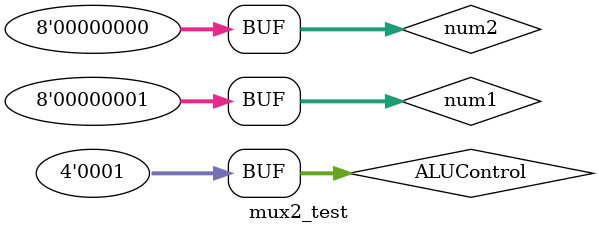
<source format=sv>
module mux2_test();
	logic [7:0] num1;
	logic [7:0] num2;
	logic [3:0] ALUControl;
	logic [7:0] result;

	
	mux2 #(8) DUT(num1, num2, ALUControl[0], result);

	
	initial begin 
		ALUControl = 0;
		num1 = 0;
		num2 = 1;
		assert(result == 0);
	
		#10
		num1 = 1;
		assert(result == 1);
		
		#10 
		num2 = 0;
		assert(result == 1);
	
	
		ALUControl = 1;
		assert(result == 0);
		
		#10
		num1 = 0;
		num2 = 1;
		assert(result == 1);
	
		#10
		num1 = 1;
		assert(result == 1);
		
		#10 
		num2 = 0;
		assert(result == 0);
	
	end
	
endmodule 
</source>
